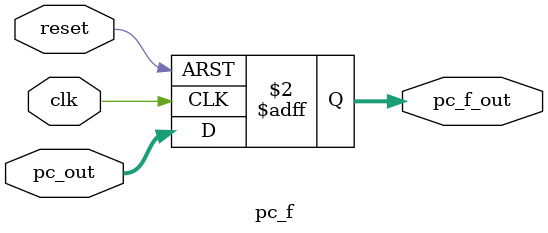
<source format=sv>
module pc_f(
    input logic clk,
    input logic reset,
    input logic [31:0]pc_out,
    output logic [31:0]pc_f_out
);
always @(posedge clk,posedge reset)begin
    if (reset) pc_f_out=0;
    else pc_f_out=pc_out;
end    
endmodule
</source>
